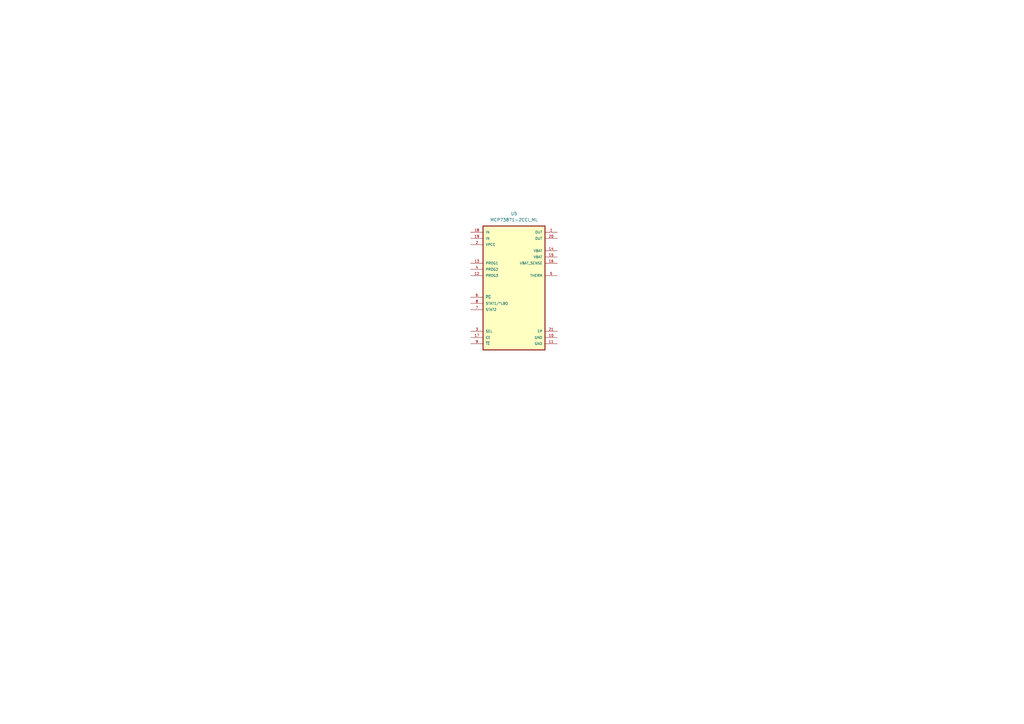
<source format=kicad_sch>
(kicad_sch (version 20231120) (generator "eeschema") (generator_version "8.0")
  (paper "A3")
  (lib_symbols
    (symbol "Wirelles_Guitar_Jack:MCP73871-2CCI_ML" (pin_names (offset 1.016))
      (property "Reference" "U" (at -12.7 26.4 0))
      (property "Value" "MCP73871-2CCI_ML" (at -12.7 -29.4 0))
      (symbol "MCP73871-2CCI_ML_0_0"
        (rectangle (start -12.7 25.4) (end 12.7 -25.4) (stroke (width 0.41)) (fill (type background)))
        (pin output line (at 17.78 22.86 180) (length 5.08) (name "OUT") (number "1"))
        (pin bidirectional line (at -17.78 5.08 0) (length 5.08) (name "PROG3") (number "12"))
        (pin bidirectional line (at -17.78 10.16 0) (length 5.08) (name "PROG1") (number "13"))
        (pin bidirectional line (at 17.78 15.24 180) (length 5.08) (name "VBAT") (number "14"))
        (pin bidirectional line (at 17.78 12.7 180) (length 5.08) (name "VBAT") (number "15"))
        (pin bidirectional line (at 17.78 10.16 180) (length 5.08) (name "VBAT_SENSE") (number "16"))
        (pin input line (at -17.78 -20.32 0) (length 5.08) (name "CE") (number "17"))
        (pin input line (at -17.78 22.86 0) (length 5.08) (name "IN") (number "18"))
        (pin input line (at -17.78 20.32 0) (length 5.08) (name "IN") (number "19"))
        (pin input line (at -17.78 17.78 0) (length 5.08) (name "VPCC") (number "2"))
        (pin output line (at 17.78 20.32 180) (length 5.08) (name "OUT") (number "20"))
        (pin input line (at -17.78 -17.78 0) (length 5.08) (name "SEL") (number "3"))
        (pin input line (at -17.78 7.62 0) (length 5.08) (name "PROG2") (number "4"))
        (pin bidirectional line (at 17.78 5.08 180) (length 5.08) (name "THERM") (number "5"))
        (pin output line (at -17.78 -3.81 0) (length 5.08) (name "~{PG}") (number "6"))
        (pin output line (at -17.78 -8.89 0) (length 5.08) (name "STAT2") (number "7"))
        (pin output line (at -17.78 -6.35 0) (length 5.08) (name "STAT1/*LBO") (number "8"))
        (pin input line (at -17.78 -22.86 0) (length 5.08) (name "~{TE}") (number "9"))
      )
      (symbol "MCP73871-2CCI_ML_1_0"
        (pin passive line (at 17.78 -20.32 180) (length 5.08) (name "GND") (number "10"))
        (pin passive line (at 17.78 -22.86 180) (length 5.08) (name "GND") (number "11"))
        (pin passive line (at 17.78 -17.78 180) (length 5.08) (name "EP") (number "21"))
      )
    )
  )
  (symbol (lib_id "Wirelles_Guitar_Jack:MCP73871-2CCI_ML") (at 210.82 118.11 0) (unit 1)
    (property "Reference" "U5" (at 210.82 87.63 0))
    (property "Value" "MCP73871-2CCI_ML" (at 210.82 90.17 0))
    (property "Footprint" "Wirelles_Guitar_Jack:QFN50P400X400X100-21N" (effects (hide yes)))
    (property "DigiKey_Part_Number" "MCP73871-2CCI/ML-ND" (effects (hide yes)))
    (property "SnapEDA_Link" "https://www.snapeda.com/parts/MCP73871-2CCI/ML/Microchip/view-part/?ref=snap" (effects (hide yes)))
    (property "Description_1" "\n                        \n                            Microchip MCP73871-2CCI/ML, Battery Charge Controller, 1000mA, 20-Pin QFN | Microchip Technology Inc. MCP73871-2CCI/ML\n                        \n" (effects (hide yes)))
    (property "MF" "Microchip" (effects (hide yes)))
    (property "Package" "QFN-20 Microchip" (effects (hide yes)))
    (property "Check_prices" "https://www.snapeda.com/parts/MCP73871-2CCI/ML/Microchip/view-part/?ref=eda" (effects (hide yes)))
    (property "MP" "MCP73871-2CCI/ML" (effects (hide yes)))
  )
)
</source>
